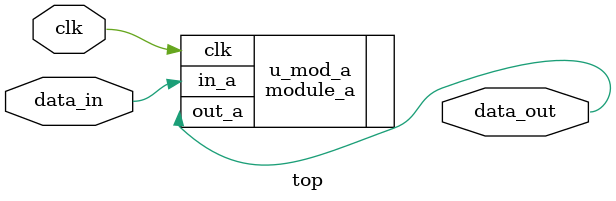
<source format=v>
`include "headers/common.vh"

module top (
    input wire clk,
    input wire data_in,
    output wire data_out
);
    module_a u_mod_a (
        .clk(clk),
        .in_a(data_in),
        .out_a(data_out)
    );
endmodule

</source>
